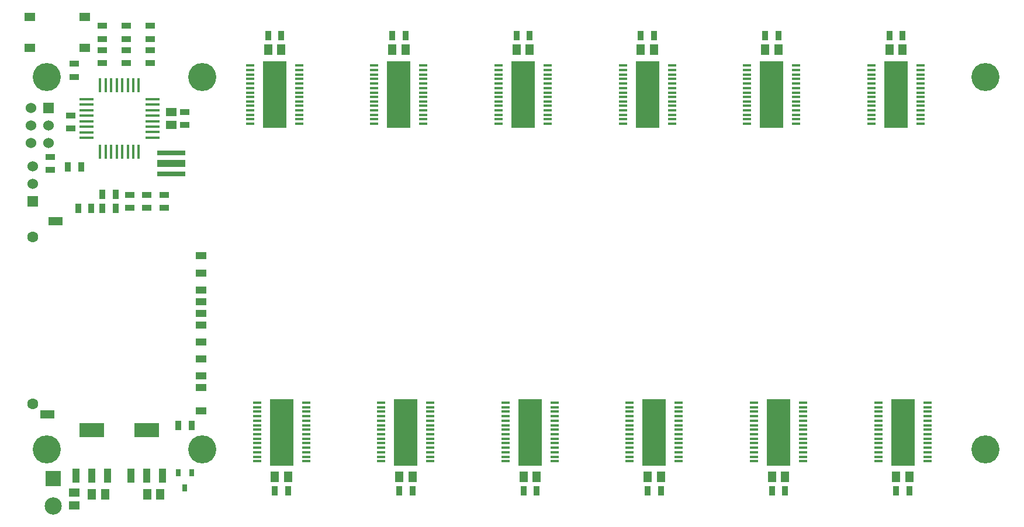
<source format=gbs>
G04 (created by PCBNEW (2013-07-07 BZR 4022)-stable) date 5/10/2014 5:07:10 PM*
%MOIN*%
G04 Gerber Fmt 3.4, Leading zero omitted, Abs format*
%FSLAX34Y34*%
G01*
G70*
G90*
G04 APERTURE LIST*
%ADD10C,0.00590551*%
%ADD11R,0.0905512X0.0905512*%
%ADD12C,0.0984252*%
%ADD13R,0.0787X0.0177*%
%ADD14R,0.0177X0.0787*%
%ADD15R,0.05X0.016*%
%ADD16R,0.133858X0.38189*%
%ADD17R,0.0610236X0.0511811*%
%ADD18R,0.144X0.08*%
%ADD19R,0.04X0.08*%
%ADD20R,0.055X0.035*%
%ADD21R,0.035X0.055*%
%ADD22R,0.0590551X0.0393701*%
%ADD23R,0.0787402X0.0472441*%
%ADD24C,0.0629921*%
%ADD25R,0.06X0.06*%
%ADD26C,0.06*%
%ADD27R,0.161417X0.0275591*%
%ADD28R,0.161417X0.0393701*%
%ADD29R,0.0512X0.059*%
%ADD30R,0.059X0.0512*%
%ADD31R,0.0315X0.0394*%
%ADD32C,0.16*%
G04 APERTURE END LIST*
G54D10*
G54D11*
X28307Y-64062D03*
G54D12*
X28307Y-65622D03*
G54D13*
X33982Y-44596D03*
X33982Y-44281D03*
X33982Y-43966D03*
X33982Y-43651D03*
X33982Y-43336D03*
X33982Y-43021D03*
X33982Y-42706D03*
X33982Y-42391D03*
X30216Y-42393D03*
X30216Y-44603D03*
X30216Y-44283D03*
X30216Y-43963D03*
X30216Y-43653D03*
X30216Y-43333D03*
X30216Y-43023D03*
X30216Y-42703D03*
G54D14*
X33198Y-41603D03*
X32884Y-41603D03*
X32568Y-41603D03*
X32254Y-41603D03*
X31938Y-41603D03*
X31624Y-41603D03*
X31308Y-41603D03*
X30994Y-41603D03*
X33196Y-45383D03*
X32886Y-45383D03*
X32566Y-45383D03*
X32256Y-45383D03*
X31946Y-45383D03*
X31626Y-45383D03*
X31306Y-45383D03*
X30986Y-45383D03*
G54D15*
X68285Y-63067D03*
X68285Y-62817D03*
X68285Y-62557D03*
X68285Y-62297D03*
X68285Y-62047D03*
X68285Y-61787D03*
X68285Y-61527D03*
X68285Y-61277D03*
X68285Y-61017D03*
X68285Y-60767D03*
X68285Y-60507D03*
X68285Y-60247D03*
X68285Y-59997D03*
X68285Y-59737D03*
X71085Y-59737D03*
X71085Y-59997D03*
X71085Y-60237D03*
X71085Y-60507D03*
X71085Y-60767D03*
X71085Y-61017D03*
X71085Y-61277D03*
X71085Y-61527D03*
X71085Y-61787D03*
X71085Y-62047D03*
X71085Y-62297D03*
X71085Y-62557D03*
X71085Y-62817D03*
X71085Y-63067D03*
G54D16*
X69685Y-61417D03*
G54D15*
X54111Y-63067D03*
X54111Y-62817D03*
X54111Y-62557D03*
X54111Y-62297D03*
X54111Y-62047D03*
X54111Y-61787D03*
X54111Y-61527D03*
X54111Y-61277D03*
X54111Y-61017D03*
X54111Y-60767D03*
X54111Y-60507D03*
X54111Y-60247D03*
X54111Y-59997D03*
X54111Y-59737D03*
X56911Y-59737D03*
X56911Y-59997D03*
X56911Y-60237D03*
X56911Y-60507D03*
X56911Y-60767D03*
X56911Y-61017D03*
X56911Y-61277D03*
X56911Y-61527D03*
X56911Y-61787D03*
X56911Y-62047D03*
X56911Y-62297D03*
X56911Y-62557D03*
X56911Y-62817D03*
X56911Y-63067D03*
G54D16*
X55511Y-61417D03*
G54D15*
X47025Y-63067D03*
X47025Y-62817D03*
X47025Y-62557D03*
X47025Y-62297D03*
X47025Y-62047D03*
X47025Y-61787D03*
X47025Y-61527D03*
X47025Y-61277D03*
X47025Y-61017D03*
X47025Y-60767D03*
X47025Y-60507D03*
X47025Y-60247D03*
X47025Y-59997D03*
X47025Y-59737D03*
X49825Y-59737D03*
X49825Y-59997D03*
X49825Y-60237D03*
X49825Y-60507D03*
X49825Y-60767D03*
X49825Y-61017D03*
X49825Y-61277D03*
X49825Y-61527D03*
X49825Y-61787D03*
X49825Y-62047D03*
X49825Y-62297D03*
X49825Y-62557D03*
X49825Y-62817D03*
X49825Y-63067D03*
G54D16*
X48425Y-61417D03*
G54D15*
X63604Y-40475D03*
X63604Y-40725D03*
X63604Y-40985D03*
X63604Y-41245D03*
X63604Y-41495D03*
X63604Y-41755D03*
X63604Y-42015D03*
X63604Y-42265D03*
X63604Y-42525D03*
X63604Y-42775D03*
X63604Y-43035D03*
X63604Y-43295D03*
X63604Y-43545D03*
X63604Y-43805D03*
X60804Y-43805D03*
X60804Y-43545D03*
X60804Y-43305D03*
X60804Y-43035D03*
X60804Y-42775D03*
X60804Y-42525D03*
X60804Y-42265D03*
X60804Y-42015D03*
X60804Y-41755D03*
X60804Y-41495D03*
X60804Y-41245D03*
X60804Y-40985D03*
X60804Y-40725D03*
X60804Y-40475D03*
G54D16*
X62204Y-42125D03*
G54D15*
X39938Y-63067D03*
X39938Y-62817D03*
X39938Y-62557D03*
X39938Y-62297D03*
X39938Y-62047D03*
X39938Y-61787D03*
X39938Y-61527D03*
X39938Y-61277D03*
X39938Y-61017D03*
X39938Y-60767D03*
X39938Y-60507D03*
X39938Y-60247D03*
X39938Y-59997D03*
X39938Y-59737D03*
X42738Y-59737D03*
X42738Y-59997D03*
X42738Y-60237D03*
X42738Y-60507D03*
X42738Y-60767D03*
X42738Y-61017D03*
X42738Y-61277D03*
X42738Y-61527D03*
X42738Y-61787D03*
X42738Y-62047D03*
X42738Y-62297D03*
X42738Y-62557D03*
X42738Y-62817D03*
X42738Y-63067D03*
G54D16*
X41338Y-61417D03*
G54D15*
X75371Y-63067D03*
X75371Y-62817D03*
X75371Y-62557D03*
X75371Y-62297D03*
X75371Y-62047D03*
X75371Y-61787D03*
X75371Y-61527D03*
X75371Y-61277D03*
X75371Y-61017D03*
X75371Y-60767D03*
X75371Y-60507D03*
X75371Y-60247D03*
X75371Y-59997D03*
X75371Y-59737D03*
X78171Y-59737D03*
X78171Y-59997D03*
X78171Y-60237D03*
X78171Y-60507D03*
X78171Y-60767D03*
X78171Y-61017D03*
X78171Y-61277D03*
X78171Y-61527D03*
X78171Y-61787D03*
X78171Y-62047D03*
X78171Y-62297D03*
X78171Y-62557D03*
X78171Y-62817D03*
X78171Y-63067D03*
G54D16*
X76771Y-61417D03*
G54D15*
X70691Y-40475D03*
X70691Y-40725D03*
X70691Y-40985D03*
X70691Y-41245D03*
X70691Y-41495D03*
X70691Y-41755D03*
X70691Y-42015D03*
X70691Y-42265D03*
X70691Y-42525D03*
X70691Y-42775D03*
X70691Y-43035D03*
X70691Y-43295D03*
X70691Y-43545D03*
X70691Y-43805D03*
X67891Y-43805D03*
X67891Y-43545D03*
X67891Y-43305D03*
X67891Y-43035D03*
X67891Y-42775D03*
X67891Y-42525D03*
X67891Y-42265D03*
X67891Y-42015D03*
X67891Y-41755D03*
X67891Y-41495D03*
X67891Y-41245D03*
X67891Y-40985D03*
X67891Y-40725D03*
X67891Y-40475D03*
G54D16*
X69291Y-42125D03*
G54D15*
X61198Y-63067D03*
X61198Y-62817D03*
X61198Y-62557D03*
X61198Y-62297D03*
X61198Y-62047D03*
X61198Y-61787D03*
X61198Y-61527D03*
X61198Y-61277D03*
X61198Y-61017D03*
X61198Y-60767D03*
X61198Y-60507D03*
X61198Y-60247D03*
X61198Y-59997D03*
X61198Y-59737D03*
X63998Y-59737D03*
X63998Y-59997D03*
X63998Y-60237D03*
X63998Y-60507D03*
X63998Y-60767D03*
X63998Y-61017D03*
X63998Y-61277D03*
X63998Y-61527D03*
X63998Y-61787D03*
X63998Y-62047D03*
X63998Y-62297D03*
X63998Y-62557D03*
X63998Y-62817D03*
X63998Y-63067D03*
G54D16*
X62598Y-61417D03*
G54D15*
X56518Y-40475D03*
X56518Y-40725D03*
X56518Y-40985D03*
X56518Y-41245D03*
X56518Y-41495D03*
X56518Y-41755D03*
X56518Y-42015D03*
X56518Y-42265D03*
X56518Y-42525D03*
X56518Y-42775D03*
X56518Y-43035D03*
X56518Y-43295D03*
X56518Y-43545D03*
X56518Y-43805D03*
X53718Y-43805D03*
X53718Y-43545D03*
X53718Y-43305D03*
X53718Y-43035D03*
X53718Y-42775D03*
X53718Y-42525D03*
X53718Y-42265D03*
X53718Y-42015D03*
X53718Y-41755D03*
X53718Y-41495D03*
X53718Y-41245D03*
X53718Y-40985D03*
X53718Y-40725D03*
X53718Y-40475D03*
G54D16*
X55118Y-42125D03*
G54D15*
X77777Y-40475D03*
X77777Y-40725D03*
X77777Y-40985D03*
X77777Y-41245D03*
X77777Y-41495D03*
X77777Y-41755D03*
X77777Y-42015D03*
X77777Y-42265D03*
X77777Y-42525D03*
X77777Y-42775D03*
X77777Y-43035D03*
X77777Y-43295D03*
X77777Y-43545D03*
X77777Y-43805D03*
X74977Y-43805D03*
X74977Y-43545D03*
X74977Y-43305D03*
X74977Y-43035D03*
X74977Y-42775D03*
X74977Y-42525D03*
X74977Y-42265D03*
X74977Y-42015D03*
X74977Y-41755D03*
X74977Y-41495D03*
X74977Y-41245D03*
X74977Y-40985D03*
X74977Y-40725D03*
X74977Y-40475D03*
G54D16*
X76377Y-42125D03*
G54D15*
X42344Y-40475D03*
X42344Y-40725D03*
X42344Y-40985D03*
X42344Y-41245D03*
X42344Y-41495D03*
X42344Y-41755D03*
X42344Y-42015D03*
X42344Y-42265D03*
X42344Y-42525D03*
X42344Y-42775D03*
X42344Y-43035D03*
X42344Y-43295D03*
X42344Y-43545D03*
X42344Y-43805D03*
X39544Y-43805D03*
X39544Y-43545D03*
X39544Y-43305D03*
X39544Y-43035D03*
X39544Y-42775D03*
X39544Y-42525D03*
X39544Y-42265D03*
X39544Y-42015D03*
X39544Y-41755D03*
X39544Y-41495D03*
X39544Y-41245D03*
X39544Y-40985D03*
X39544Y-40725D03*
X39544Y-40475D03*
G54D16*
X40944Y-42125D03*
G54D15*
X49431Y-40475D03*
X49431Y-40725D03*
X49431Y-40985D03*
X49431Y-41245D03*
X49431Y-41495D03*
X49431Y-41755D03*
X49431Y-42015D03*
X49431Y-42265D03*
X49431Y-42525D03*
X49431Y-42775D03*
X49431Y-43035D03*
X49431Y-43295D03*
X49431Y-43545D03*
X49431Y-43805D03*
X46631Y-43805D03*
X46631Y-43545D03*
X46631Y-43305D03*
X46631Y-43035D03*
X46631Y-42775D03*
X46631Y-42525D03*
X46631Y-42265D03*
X46631Y-42015D03*
X46631Y-41755D03*
X46631Y-41495D03*
X46631Y-41245D03*
X46631Y-40985D03*
X46631Y-40725D03*
X46631Y-40475D03*
G54D16*
X48031Y-42125D03*
G54D17*
X30108Y-39468D03*
X30108Y-37696D03*
X26978Y-37696D03*
X26978Y-39468D03*
G54D18*
X33661Y-61298D03*
G54D19*
X33661Y-63898D03*
X32761Y-63898D03*
X34561Y-63898D03*
G54D18*
X30511Y-61298D03*
G54D19*
X30511Y-63898D03*
X29611Y-63898D03*
X31411Y-63898D03*
G54D20*
X29527Y-40373D03*
X29527Y-41123D03*
G54D21*
X76752Y-38779D03*
X76002Y-38779D03*
G54D20*
X31102Y-38957D03*
X31102Y-38207D03*
X35826Y-43878D03*
X35826Y-43128D03*
G54D21*
X62579Y-38779D03*
X61829Y-38779D03*
G54D20*
X29330Y-44075D03*
X29330Y-43325D03*
G54D21*
X69666Y-38779D03*
X68916Y-38779D03*
G54D20*
X28149Y-46437D03*
X28149Y-45687D03*
G54D21*
X35451Y-61023D03*
X36201Y-61023D03*
G54D20*
X32480Y-38957D03*
X32480Y-38207D03*
X33858Y-38957D03*
X33858Y-38207D03*
X31102Y-40335D03*
X31102Y-39585D03*
X32480Y-40335D03*
X32480Y-39585D03*
X33858Y-40335D03*
X33858Y-39585D03*
X34645Y-47853D03*
X34645Y-48603D03*
X33661Y-47853D03*
X33661Y-48603D03*
G54D21*
X30493Y-48622D03*
X29743Y-48622D03*
G54D20*
X32677Y-47853D03*
X32677Y-48603D03*
G54D21*
X31871Y-47834D03*
X31121Y-47834D03*
X31121Y-48622D03*
X31871Y-48622D03*
X41319Y-38779D03*
X40569Y-38779D03*
X55136Y-64763D03*
X55886Y-64763D03*
X48406Y-38779D03*
X47656Y-38779D03*
X55493Y-38779D03*
X54743Y-38779D03*
X48050Y-64763D03*
X48800Y-64763D03*
X69310Y-64763D03*
X70060Y-64763D03*
X40963Y-64763D03*
X41713Y-64763D03*
X29152Y-46259D03*
X29902Y-46259D03*
X62223Y-64763D03*
X62973Y-64763D03*
X76396Y-64763D03*
X77146Y-64763D03*
G54D22*
X36736Y-52322D03*
X36736Y-53307D03*
X36736Y-54645D03*
X36736Y-55295D03*
X36736Y-56259D03*
X36736Y-57244D03*
X36736Y-58200D03*
X36736Y-58870D03*
X36736Y-51338D03*
X36736Y-60188D03*
G54D23*
X27992Y-60393D03*
X28464Y-49370D03*
G54D22*
X36736Y-53976D03*
G54D24*
X27165Y-50275D03*
X27165Y-59783D03*
G54D25*
X28059Y-42897D03*
G54D26*
X27059Y-42897D03*
X28059Y-43897D03*
X27059Y-43897D03*
X28059Y-44897D03*
X27059Y-44897D03*
G54D25*
X27165Y-48244D03*
G54D26*
X27165Y-47244D03*
X27165Y-46244D03*
G54D27*
X35039Y-46653D03*
G54D28*
X35039Y-46062D03*
G54D27*
X35039Y-45472D03*
G54D29*
X33680Y-64960D03*
X34430Y-64960D03*
X41713Y-63976D03*
X40963Y-63976D03*
X47656Y-39566D03*
X48406Y-39566D03*
X61829Y-39566D03*
X62579Y-39566D03*
X76002Y-39566D03*
X76752Y-39566D03*
X62973Y-63976D03*
X62223Y-63976D03*
X30530Y-64960D03*
X31280Y-64960D03*
G54D30*
X29527Y-64861D03*
X29527Y-65611D03*
G54D29*
X68916Y-39566D03*
X69666Y-39566D03*
X54743Y-39566D03*
X55493Y-39566D03*
X40569Y-39566D03*
X41319Y-39566D03*
X48050Y-63976D03*
X48800Y-63976D03*
X55136Y-63976D03*
X55886Y-63976D03*
X70060Y-63976D03*
X69310Y-63976D03*
X77146Y-63976D03*
X76396Y-63976D03*
G54D30*
X35039Y-43878D03*
X35039Y-43128D03*
G54D31*
X35826Y-64606D03*
X36201Y-63740D03*
X35451Y-63740D03*
G54D32*
X81496Y-62401D03*
X81496Y-41141D03*
X27952Y-62401D03*
X36811Y-62401D03*
X36811Y-41141D03*
X27952Y-41141D03*
M02*

</source>
